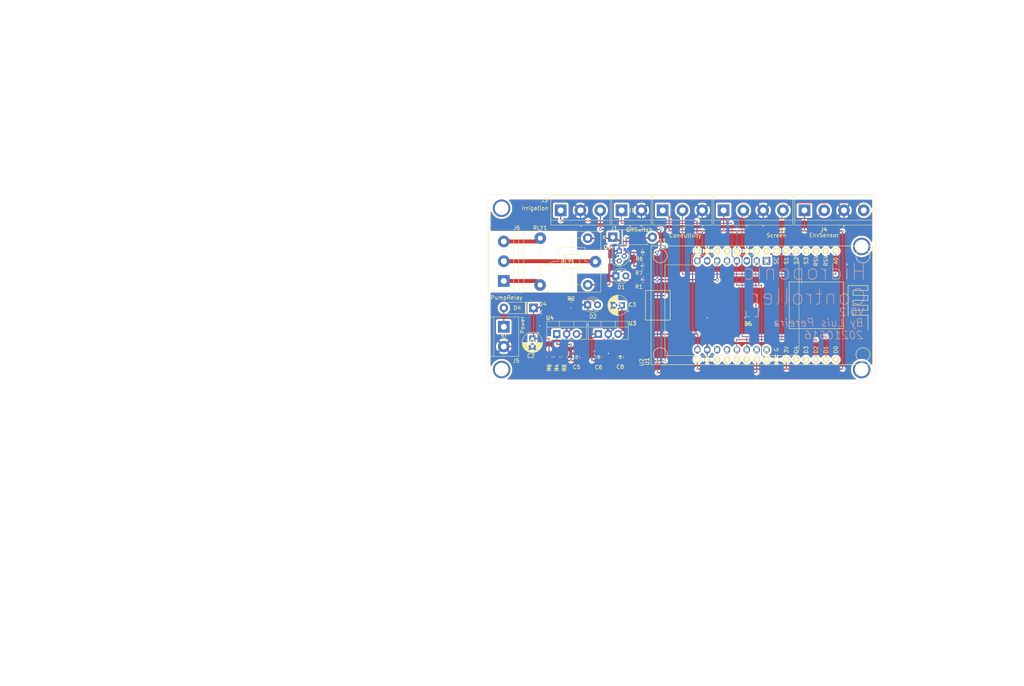
<source format=kicad_pcb>
(kicad_pcb (version 20171130) (host pcbnew 5.1.10)
  (title_block (title "Hidroponic Controller") (date 2021-06-10) (rev V0.3) (company "by Luis Pereira"))
  (layers (0 F.Cu signal) (31 B.Cu signal) (34 B.Paste user) (35 F.Paste user) (36 B.SilkS user) (37 F.SilkS user) (38 B.Mask user) (39 F.Mask user) (44 Edge.Cuts user))
  (net 0 "")
  (net 1 "Net-(D1-Pad2)")
  (net 2 GND)
  (net 3 "Net-(U1-Pad16)")
  (net 4 "Net-(U1-Pad15)")
  (net 5 "Net-(U1-Pad12)")
  (net 6 "Net-(U1-Pad11)")
  (net 7 "Net-(U1-Pad7)")
  (net 8 "Net-(U1-Pad5)")
  (net 9 "Net-(U1-Pad3)")
  (net 10 "Net-(U1-Pad1)")
  (net 11 "Net-(U2-Pad27)")
  (net 12 "Net-(U2-Pad13)")
  (net 13 "Net-(U2-Pad12)")
  (net 14 "Net-(U2-Pad9)")
  (net 15 "Net-(U2-Pad8)")
  (net 16 "Net-(U2-Pad7)")
  (net 17 "Net-(U2-Pad6)")
  (net 18 "Net-(U2-Pad5)")
  (net 19 "Net-(U2-Pad4)")
  (net 20 "Net-(U2-Pad3)")
  (net 21 "Net-(U2-Pad2)")
  (net 22 +5V)
  (net 23 /QR_SWITCH)
  (net 24 /I2C_SDA)
  (net 25 /I2C_SCL)
  (net 26 /+3V3)
  (net 27 /RELAY_CMD)
  (net 28 "Net-(U2-Pad26)")
  (net 29 "Net-(U2-Pad20)")
  (net 30 "Net-(U2-Pad19)")
  (net 31 /Vin_9V)
  (net 32 /Vin_5V)
  (net 33 "Net-(D2-Pad2)")
  (net 34 "Net-(D3-Pad2)")
  (net 35 /RELAY_NO)
  (net 36 /RELAY_C)
  (net 37 /RELAY_NC)
  (net 38 /POWER_INPUT)
  (net 39 /POWER_Vin)
  (net 40 /COND_SENSOR)
  (net 41 "Net-(D5-Pad2)")
  (net 42 "Net-(Q1-Pad2)")
  (net 43 "Net-(U2-Pad30)")
  (net 44 "Net-(U2-Pad21)")
  (net 45 "Net-(U2-Pad18)")
  (module LCP_Footprints:NodeMCU1.0_12-E (layer F.Cu) (at 234.655 81.185 270)
    (fp_text reference U2 (at 28.615 49.855 90) (layer F.SilkS) (effects (font (thickness 0.16))))
    (fp_text value NodeMCU_ESP12E hide)
    (fp_text user D0 (at 25.4 0 90) (layer F.SilkS))
    (fp_text user D1 (at 25.4 2.54 90) (layer F.SilkS))
    (fp_text user D2 (at 25.4 5.08 90) (layer F.SilkS))
    (fp_text user D3 (at 25.4 7.62 90) (layer F.SilkS))
    (fp_text user D4 (at 25.4 10.16 90) (layer F.SilkS))
    (fp_text user 3V (at 25.4 12.7 90) (layer F.SilkS))
    (fp_text user G (at 25.4 15.24 90) (layer F.SilkS))
    (fp_text user D5 (at 25.4 17.78 90) (layer F.SilkS))
    (fp_text user D6 (at 25.4 20.32 90) (layer F.SilkS))
    (fp_text user D7 (at 25.4 22.86 90) (layer F.SilkS))
    (fp_text user D8 (at 25.4 25.4 90) (layer F.SilkS))
    (fp_text user RX (at 25.4 27.94 90) (layer F.SilkS))
    (fp_text user TX (at 25.4 30.48 90) (layer F.SilkS))
    (fp_text user G (at 25.4 33.02 90) (layer F.SilkS))
    (fp_text user 3V (at 25.4 35.56 90) (layer F.SilkS))
    (fp_text user A0 (at 2.54 0 90) (layer F.SilkS))
    (fp_text user RSV (at 2.54 2.54 90) (layer F.SilkS))
    (fp_text user RSV (at 2.54 5.08 90) (layer F.SilkS))
    (fp_text user S3 (at 2.54 7.62 90) (layer F.SilkS))
    (fp_text user S2 (at 2.54 10.16 90) (layer F.SilkS))
    (fp_text user S1 (at 2.54 12.7 90) (layer F.SilkS))
    (fp_text user SC (at 2.54 15.24 90) (layer F.SilkS))
    (fp_text user SO (at 2.54 17.78 90) (layer F.SilkS))
    (fp_text user SK (at 2.54 20.32 90) (layer F.SilkS))
    (fp_text user G (at 2.54 22.86 90) (layer F.SilkS))
    (fp_text user 3V (at 2.54 25.4 90) (layer F.SilkS))
    (fp_text user EN (at 2.54 27.94 90) (layer F.SilkS))
    (fp_text user RST (at 2.54 30.48 90) (layer F.SilkS))
    (fp_text user G (at 2.54 33.02 90) (layer F.SilkS))
    (fp_text user VIN (at 2.54 35.56 90) (layer F.SilkS))
    (pad 30 thru_hole circle (at 27.94 0 270) (size 1.524 1.524) (drill 0.762) (layers *.Cu *.Mask F.SilkS) (net 43 "Net-(U2-Pad30)"))
    (pad 29 thru_hole circle (at 27.94 2.54 270) (size 1.524 1.524) (drill 0.762) (layers *.Cu *.Mask F.SilkS) (net 25 /I2C_SCL))
    (pad 28 thru_hole circle (at 27.94 5.08 270) (size 1.524 1.524) (drill 0.762) (layers *.Cu *.Mask F.SilkS) (net 24 /I2C_SDA))
    (pad 27 thru_hole circle (at 27.94 7.62 270) (size 1.524 1.524) (drill 0.762) (layers *.Cu *.Mask F.SilkS) (net 11 "Net-(U2-Pad27)"))
    (pad 26 thru_hole circle (at 27.94 10.16 270) (size 1.524 1.524) (drill 0.762) (layers *.Cu *.Mask F.SilkS) (net 28 "Net-(U2-Pad26)"))
    (pad 25 thru_hole circle (at 27.94 12.7 270) (size 1.524 1.524) (drill 0.762) (layers *.Cu *.Mask F.SilkS) (net 26 /+3V3))
    (pad 24 thru_hole circle (at 27.94 15.24 270) (size 1.524 1.524) (drill 0.762) (layers *.Cu *.Mask F.SilkS) (net 2 GND))
    (pad 23 thru_hole circle (at 27.94 17.78 270) (size 1.524 1.524) (drill 0.762) (layers *.Cu *.Mask F.SilkS) (net 23 /QR_SWITCH))
    (pad 22 thru_hole circle (at 27.94 20.32 270) (size 1.524 1.524) (drill 0.762) (layers *.Cu *.Mask F.SilkS) (net 27 /RELAY_CMD))
    (pad 21 thru_hole circle (at 27.94 22.86 270) (size 1.524 1.524) (drill 0.762) (layers *.Cu *.Mask F.SilkS) (net 44 "Net-(U2-Pad21)"))
    (pad 20 thru_hole circle (at 27.94 25.4 270) (size 1.524 1.524) (drill 0.762) (layers *.Cu *.Mask F.SilkS) (net 29 "Net-(U2-Pad20)"))
    (pad 19 thru_hole circle (at 27.94 27.94 270) (size 1.524 1.524) (drill 0.762) (layers *.Cu *.Mask F.SilkS) (net 30 "Net-(U2-Pad19)"))
    (pad 18 thru_hole circle (at 27.94 30.48 270) (size 1.524 1.524) (drill 0.762) (layers *.Cu *.Mask F.SilkS) (net 45 "Net-(U2-Pad18)"))
    (pad 17 thru_hole circle (at 27.94 33.02 270) (size 1.524 1.524) (drill 0.762) (layers *.Cu *.Mask F.SilkS) (net 2 GND))
    (pad 16 thru_hole circle (at 27.94 35.56 270) (size 1.524 1.524) (drill 0.762) (layers *.Cu *.Mask F.SilkS) (net 26 /+3V3))
    (pad 15 thru_hole circle (at 0 35.56 270) (size 1.524 1.524) (drill 0.762) (layers *.Cu *.Mask F.SilkS) (net 22 +5V))
    (pad 14 thru_hole circle (at 0 33.02 270) (size 1.524 1.524) (drill 0.762) (layers *.Cu *.Mask F.SilkS) (net 2 GND))
    (pad 13 thru_hole circle (at 0 30.48 270) (size 1.524 1.524) (drill 0.762) (layers *.Cu *.Mask F.SilkS) (net 12 "Net-(U2-Pad13)"))
    (pad 12 thru_hole circle (at 0 27.94 270) (size 1.524 1.524) (drill 0.762) (layers *.Cu *.Mask F.SilkS) (net 13 "Net-(U2-Pad12)"))
    (pad 11 thru_hole circle (at 0 25.4 270) (size 1.524 1.524) (drill 0.762) (layers *.Cu *.Mask F.SilkS) (net 26 /+3V3))
    (pad 10 thru_hole circle (at 0 22.86 270) (size 1.524 1.524) (drill 0.762) (layers *.Cu *.Mask F.SilkS) (net 2 GND))
    (pad 9 thru_hole circle (at 0 20.32 270) (size 1.524 1.524) (drill 0.762) (layers *.Cu *.Mask F.SilkS) (net 14 "Net-(U2-Pad9)"))
    (pad 8 thru_hole circle (at 0 17.78 270) (size 1.524 1.524) (drill 0.762) (layers *.Cu *.Mask F.SilkS) (net 15 "Net-(U2-Pad8)"))
    (pad 7 thru_hole circle (at 0 15.24 270) (size 1.524 1.524) (drill 0.762) (layers *.Cu *.Mask F.SilkS) (net 16 "Net-(U2-Pad7)"))
    (pad 6 thru_hole circle (at 0 12.7 270) (size 1.524 1.524) (drill 0.762) (layers *.Cu *.Mask F.SilkS) (net 17 "Net-(U2-Pad6)"))
    (pad 5 thru_hole circle (at 0 10.16 270) (size 1.524 1.524) (drill 0.762) (layers *.Cu *.Mask F.SilkS) (net 18 "Net-(U2-Pad5)"))
    (pad 4 thru_hole circle (at 0 7.62 270) (size 1.524 1.524) (drill 0.762) (layers *.Cu *.Mask F.SilkS) (net 19 "Net-(U2-Pad4)"))
    (pad 3 thru_hole circle (at 0 5.08 270) (size 1.524 1.524) (drill 0.762) (layers *.Cu *.Mask F.SilkS) (net 20 "Net-(U2-Pad3)"))
    (pad 2 thru_hole circle (at 0 2.54 270) (size 1.524 1.524) (drill 0.762) (layers *.Cu *.Mask F.SilkS) (net 21 "Net-(U2-Pad2)"))
    (pad 1 thru_hole circle (at 0 0 270) (size 1.524 1.524) (drill 0.762) (layers *.Cu *.Mask F.SilkS) (net 40 /COND_SENSOR))
  )
  (module Module:WEMOS_D1_mini_light (layer F.Cu) (at 216.875 83.725 270)
    (fp_text reference U1 (at 25.875 30.675 90) (layer F.SilkS) (effects (font (thickness 0.16))))
    (fp_text value WeMos_D1_mini hide)
    (fp_text user %R (at 25.875 30.675 90) (layer F.SilkS) (effects (font (thickness 0.16))))
    (pad 16 thru_hole oval (at 22.86 0 270) (size 2 1.6) (drill 1) (layers *.Cu *.Mask) (net 3 "Net-(U1-Pad16)"))
    (pad 15 thru_hole oval (at 22.86 2.54 270) (size 2 1.6) (drill 1) (layers *.Cu *.Mask) (net 4 "Net-(U1-Pad15)"))
    (pad 14 thru_hole oval (at 22.86 5.08 270) (size 2 1.6) (drill 1) (layers *.Cu *.Mask) (net 25 /I2C_SCL))
    (pad 13 thru_hole oval (at 22.86 7.62 270) (size 2 1.6) (drill 1) (layers *.Cu *.Mask) (net 24 /I2C_SDA))
    (pad 12 thru_hole oval (at 22.86 10.16 270) (size 2 1.6) (drill 1) (layers *.Cu *.Mask) (net 5 "Net-(U1-Pad12)"))
    (pad 11 thru_hole oval (at 22.86 12.7 270) (size 2 1.6) (drill 1) (layers *.Cu *.Mask) (net 6 "Net-(U1-Pad11)"))
    (pad 10 thru_hole oval (at 22.86 15.24 270) (size 2 1.6) (drill 1) (layers *.Cu *.Mask) (net 2 GND))
    (pad 9 thru_hole oval (at 22.86 17.78 270) (size 2 1.6) (drill 1) (layers *.Cu *.Mask) (net 22 +5V))
    (pad 8 thru_hole oval (at 0 17.78 270) (size 2 1.6) (drill 1) (layers *.Cu *.Mask) (net 26 /+3V3))
    (pad 7 thru_hole oval (at 0 15.24 270) (size 2 1.6) (drill 1) (layers *.Cu *.Mask) (net 7 "Net-(U1-Pad7)"))
    (pad 6 thru_hole oval (at 0 12.7 270) (size 2 1.6) (drill 1) (layers *.Cu *.Mask) (net 27 /RELAY_CMD))
    (pad 5 thru_hole oval (at 0 10.16 270) (size 2 1.6) (drill 1) (layers *.Cu *.Mask) (net 8 "Net-(U1-Pad5)"))
    (pad 4 thru_hole oval (at 0 7.62 270) (size 2 1.6) (drill 1) (layers *.Cu *.Mask) (net 23 /QR_SWITCH))
    (pad 3 thru_hole oval (at 0 5.08 270) (size 2 1.6) (drill 1) (layers *.Cu *.Mask) (net 9 "Net-(U1-Pad3)"))
    (pad 1 thru_hole rect (at 0 0 270) (size 2 2) (drill 1) (layers *.Cu *.Mask) (net 10 "Net-(U1-Pad1)"))
    (pad 2 thru_hole oval (at 0 2.54 270) (size 2 1.6) (drill 1) (layers *.Cu *.Mask) (net 40 /COND_SENSOR))
  )
  (module LED_THT:LED_D3.0mm (layer F.Cu) (at 178.1605 87.604)
    (fp_text reference D1 (at 1.3695 2.886) (layer F.SilkS) (effects (font (thickness 0.16))))
    (fp_text value LED)
    (pad 2 thru_hole circle (at 2.54 0) (size 1.8 1.8) (drill 0.9) (layers *.Cu *.Mask) (net 1 "Net-(D1-Pad2)"))
    (pad 1 thru_hole rect (at 0 0) (size 1.8 1.8) (drill 0.9) (layers *.Cu *.Mask) (net 2 GND))
  )
  (module Capacitor_THT:CP_Radial_D5.0mm_P2.00mm (layer F.Cu) (at 179.7111 95.1738 180)
    (fp_text reference C3 (at -2.6889 0.1738) (layer F.SilkS) (effects (font (thickness 0.16))))
    (fp_text value 0.1u)
    (fp_text user %R (at 1 0) (layer F.SilkS) (effects (font (thickness 0.16))))
    (pad 2 thru_hole circle (at 2 0 180) (size 1.6 1.6) (drill 0.8) (layers *.Cu *.Mask) (net 2 GND))
    (pad 1 thru_hole rect (at 0 0 180) (size 1.6 1.6) (drill 0.8) (layers *.Cu *.Mask) (net 22 +5V))
  )
  (module Capacitor_SMD:C_0805_2012Metric (layer F.Cu) (at 168.13 108.49 90)
    (fp_text reference C5 (at -2.54 -0.05) (layer F.SilkS) (effects (font (thickness 0.16))))
    (fp_text value 0.33u)
    (fp_text user %R (at 0 0 90) (layer F.SilkS) (effects (font (size 0.5 0.5) (thickness 0.16))))
    (pad 1 smd roundrect (at -0.95 0 90) (size 1 1.45) (layers F.Cu F.Paste F.Mask) (net 31 /Vin_9V))
    (pad 2 smd roundrect (at 0.95 0 90) (size 1 1.45) (layers F.Cu F.Paste F.Mask) (net 2 GND))
  )
  (module Capacitor_SMD:C_0805_2012Metric (layer F.Cu) (at 173.7376 108.49 90)
    (fp_text reference C6 (at -2.6 -0.0076) (layer F.SilkS) (effects (font (thickness 0.16))))
    (fp_text value 0.33u)
    (fp_text user %R (at 0 0 90) (layer F.SilkS) (effects (font (size 0.5 0.5) (thickness 0.16))))
    (pad 2 smd roundrect (at 0.95 0 90) (size 1 1.45) (layers F.Cu F.Paste F.Mask) (net 2 GND))
    (pad 1 smd roundrect (at -0.95 0 90) (size 1 1.45) (layers F.Cu F.Paste F.Mask) (net 32 /Vin_5V))
  )
  (module Capacitor_SMD:C_0805_2012Metric (layer F.Cu) (at 179.3452 108.49 90)
    (fp_text reference C8 (at -2.5 -0.0752) (layer F.SilkS) (effects (font (thickness 0.16))))
    (fp_text value 0.1u)
    (fp_text user %R (at 0 0 90) (layer F.SilkS) (effects (font (size 0.5 0.5) (thickness 0.16))))
    (pad 2 smd roundrect (at 0.95 0 90) (size 1 1.45) (layers F.Cu F.Paste F.Mask) (net 2 GND))
    (pad 1 smd roundrect (at -0.95 0 90) (size 1 1.45) (layers F.Cu F.Paste F.Mask) (net 22 +5V))
  )
  (module LED_THT:LED_D3.0mm (layer F.Cu) (at 170.9039 95.0468)
    (fp_text reference D2 (at 1.3861 2.9732) (layer F.SilkS) (effects (font (thickness 0.16))))
    (fp_text value LED)
    (pad 1 thru_hole rect (at 0 0) (size 1.8 1.8) (drill 0.9) (layers *.Cu *.Mask) (net 2 GND))
    (pad 2 thru_hole circle (at 2.54 0) (size 1.8 1.8) (drill 0.9) (layers *.Cu *.Mask) (net 33 "Net-(D2-Pad2)"))
  )
  (module Diode_THT:D_DO-41_SOD81_P7.62mm_Horizontal (layer F.Cu) (at 157 95.83 180)
    (fp_text reference D4 (at -2.39 0.99) (layer F.SilkS) (effects (font (thickness 0.16))))
    (fp_text value D)
    (fp_text user K (at -1.8408 -1.1271) (layer F.SilkS))
    (fp_text user %R (at 4.2 0) (layer F.SilkS) (effects (font (thickness 0.16))))
    (pad 2 thru_hole oval (at 7.62 0 180) (size 2.2 2.2) (drill 1.1) (layers *.Cu *.Mask) (net 38 /POWER_INPUT))
    (pad 1 thru_hole rect (at 0 0 180) (size 2.2 2.2) (drill 1.1) (layers *.Cu *.Mask) (net 39 /POWER_Vin))
  )
  (module TerminalBlock:TerminalBlock_bornier-2_P5.08mm (layer F.Cu) (at 179.6288 70.739)
    (fp_text reference J1 (at -1.9288 4.671) (layer F.SilkS) (effects (font (thickness 0.16))))
    (fp_text value QRSwitch (at 4.5412 4.991) (layer F.SilkS))
    (fp_text user %R (at 2.54 0) (layer F.SilkS) (effects (font (thickness 0.16))))
    (pad 1 thru_hole rect (at 0 0) (size 3 3) (drill 1.52) (layers *.Cu *.Mask) (net 23 /QR_SWITCH))
    (pad 2 thru_hole circle (at 5.08 0) (size 3 3) (drill 1.52) (layers *.Cu *.Mask) (net 2 GND))
  )
  (module TerminalBlock:TerminalBlock_bornier-4_P5.08mm (layer F.Cu) (at 205.8416 70.739)
    (fp_text reference J2 (at 15.1584 5.061) (layer F.SilkS) (effects (font (thickness 0.16))))
    (fp_text value Screen (at 13.5584 6.461) (layer F.SilkS))
    (fp_text user %R (at 15.1584 5.061) (layer F.SilkS) (effects (font (thickness 0.16))))
    (pad 4 thru_hole circle (at 15.24 0) (size 3 3) (drill 1.52) (layers *.Cu *.Mask) (net 24 /I2C_SDA))
    (pad 1 thru_hole rect (at 0 0) (size 3 3) (drill 1.52) (layers *.Cu *.Mask) (net 26 /+3V3))
    (pad 3 thru_hole circle (at 10.16 0) (size 3 3) (drill 1.52) (layers *.Cu *.Mask) (net 2 GND))
    (pad 2 thru_hole circle (at 5.08 0) (size 3 3) (drill 1.52) (layers *.Cu *.Mask) (net 25 /I2C_SCL))
  )
  (module TerminalBlock:TerminalBlock_bornier-3_P5.08mm (layer F.Cu) (at 163.9824 70.739)
    (fp_text reference J3 (at -4.1824 -2.539) (layer F.SilkS) (effects (font (thickness 0.16))))
    (fp_text value Irrigation (at -6.5824 -0.539) (layer F.SilkS))
    (fp_text user %R (at 5.08 0 180) (layer F.SilkS) (effects (font (thickness 0.16))))
    (pad 1 thru_hole rect (at 0 0) (size 3 3) (drill 1.52) (layers *.Cu *.Mask) (net 22 +5V))
    (pad 2 thru_hole circle (at 5.08 0) (size 3 3) (drill 1.52) (layers *.Cu *.Mask) (net 2 GND))
    (pad 3 thru_hole circle (at 10.16 0) (size 3 3) (drill 1.52) (layers *.Cu *.Mask) (net 27 /RELAY_CMD))
  )
  (module TerminalBlock:TerminalBlock_bornier-4_P5.08mm (layer F.Cu) (at 226.6061 70.739)
    (fp_text reference J4 (at 5.0139 4.931) (layer F.SilkS) (effects (font (thickness 0.16))))
    (fp_text value EnvSensor (at 5.0339 6.401) (layer F.SilkS))
    (fp_text user %R (at 5.0339 4.901) (layer F.SilkS) (effects (font (thickness 0.16))))
    (pad 4 thru_hole circle (at 15.24 0) (size 3 3) (drill 1.52) (layers *.Cu *.Mask) (net 24 /I2C_SDA))
    (pad 1 thru_hole rect (at 0 0) (size 3 3) (drill 1.52) (layers *.Cu *.Mask) (net 26 /+3V3))
    (pad 3 thru_hole circle (at 10.16 0) (size 3 3) (drill 1.52) (layers *.Cu *.Mask) (net 2 GND))
    (pad 2 thru_hole circle (at 5.08 0) (size 3 3) (drill 1.52) (layers *.Cu *.Mask) (net 25 /I2C_SCL))
  )
  (module TerminalBlock:TerminalBlock_bornier-2_P5.08mm (layer F.Cu) (at 149.36 100.6729 270)
    (fp_text reference J5 (at 8.7371 -3.1687 180) (layer F.SilkS) (effects (font (thickness 0.16))))
    (fp_text value Power (at -0.4329 -4.78 90) (layer F.SilkS))
    (fp_text user %R (at 2.54 0 90) (layer F.SilkS) (effects (font (thickness 0.16))))
    (pad 2 thru_hole circle (at 5.08 0 270) (size 3 3) (drill 1.52) (layers *.Cu *.Mask) (net 2 GND))
    (pad 1 thru_hole rect (at 0 0 270) (size 3 3) (drill 1.52) (layers *.Cu *.Mask) (net 38 /POWER_INPUT))
  )
  (module TerminalBlock:TerminalBlock_bornier-3_P5.08mm (layer F.Cu) (at 149.36 88.91 90)
    (fp_text reference J6 (at 13.7254 3.3187 180) (layer F.SilkS) (effects (font (thickness 0.16))))
    (fp_text value PumpRelay (at -4.2746 0.7187) (layer F.SilkS))
    (fp_text user %R (at 5.08 0 90) (layer F.SilkS) (effects (font (thickness 0.16))))
    (pad 3 thru_hole circle (at 10.16 0 90) (size 3 3) (drill 1.52) (layers *.Cu *.Mask) (net 35 /RELAY_NO))
    (pad 2 thru_hole circle (at 5.08 0 90) (size 3 3) (drill 1.52) (layers *.Cu *.Mask) (net 36 /RELAY_C))
    (pad 1 thru_hole rect (at 0 0 90) (size 3 3) (drill 1.52) (layers *.Cu *.Mask) (net 37 /RELAY_NC))
  )
  (module Package_TO_SOT_THT:TO-92 (layer F.Cu) (at 179.0329 81.2154 270)
    (fp_text reference Q1 (at -1.0054 3.0429 180) (layer F.SilkS) (effects (font (thickness 0.16))))
    (fp_text value MPS2222 hide)
    (fp_text user %R (at -1.0054 3.0429 180) (layer F.SilkS) (effects (font (thickness 0.16))))
    (pad 2 thru_hole circle (at 1.27 -1.27 270) (size 1.3 1.3) (drill 0.75) (layers *.Cu *.Mask) (net 42 "Net-(Q1-Pad2)"))
    (pad 3 thru_hole circle (at 2.54 0 270) (size 1.3 1.3) (drill 0.75) (layers *.Cu *.Mask) (net 34 "Net-(D3-Pad2)"))
    (pad 1 thru_hole rect (at 0 0 270) (size 1.3 1.3) (drill 0.75) (layers *.Cu *.Mask) (net 2 GND))
  )
  (module Resistor_SMD:R_0805_2012Metric (layer F.Cu) (at 164.9507 108.47 270)
    (fp_text reference R3 (at 2.78 0.0307 90) (layer F.SilkS) (effects (font (thickness 0.16))))
    (fp_text value 0)
    (fp_text user %R (at 2.78 0.0507 90) (layer F.SilkS) (effects (font (size 0.5 0.5) (thickness 0.16))))
    (pad 2 smd roundrect (at 0.9125 0 270) (size 1.025 1.4) (layers F.Cu F.Paste F.Mask) (roundrect_rratio 0.2439014634146341) (net 31 /Vin_9V))
    (pad 1 smd roundrect (at -0.9125 0 270) (size 1.025 1.4) (layers F.Cu F.Paste F.Mask) (roundrect_rratio 0.2439014634146341) (net 39 /POWER_Vin))
  )
  (module Resistor_SMD:R_0805_2012Metric (layer F.Cu) (at 162.9949 108.47 270)
    (fp_text reference R4 (at 2.74 0.0049 90) (layer F.SilkS) (effects (font (thickness 0.16))))
    (fp_text value 0)
    (fp_text user %R (at 2.7 -0.0351 90) (layer F.SilkS) (effects (font (size 0.5 0.5) (thickness 0.16))))
    (pad 1 smd roundrect (at -0.9125 0 270) (size 1.025 1.4) (layers F.Cu F.Paste F.Mask) (roundrect_rratio 0.2439014634146341) (net 39 /POWER_Vin))
    (pad 2 smd roundrect (at 0.9125 0 270) (size 1.025 1.4) (layers F.Cu F.Paste F.Mask) (roundrect_rratio 0.2439014634146341) (net 32 /Vin_5V))
  )
  (module Package_TO_SOT_THT:TO-220-3_Vertical (layer F.Cu) (at 173.66 102.5398)
    (fp_text reference U3 (at 8.74 -2.7398) (layer F.SilkS) (effects (font (thickness 0.16))))
    (fp_text value LM7805_TO220)
    (fp_text user %R (at 8.74 -2.7398) (layer F.SilkS) (effects (font (thickness 0.16))))
    (pad 3 thru_hole oval (at 5.08 0) (size 1.905 2) (drill 1.1) (layers *.Cu *.Mask) (net 22 +5V))
    (pad 2 thru_hole oval (at 2.54 0) (size 1.905 2) (drill 1.1) (layers *.Cu *.Mask) (net 2 GND))
    (pad 1 thru_hole rect (at 0 0) (size 1.905 2) (drill 1.1) (layers *.Cu *.Mask) (net 32 /Vin_5V))
  )
  (module Package_TO_SOT_THT:TO-220-3_Vertical (layer F.Cu) (at 162.9664 102.5398)
    (fp_text reference U4 (at -1.7664 -4.1398) (layer F.SilkS) (effects (font (thickness 0.16))))
    (fp_text value LM7809_TO220)
    (fp_text user %R (at -1.7664 -4.1398) (layer F.SilkS) (effects (font (thickness 0.16))))
    (pad 1 thru_hole rect (at 0 0) (size 1.905 2) (drill 1.1) (layers *.Cu *.Mask) (net 31 /Vin_9V))
    (pad 2 thru_hole oval (at 2.54 0) (size 1.905 2) (drill 1.1) (layers *.Cu *.Mask) (net 2 GND))
    (pad 3 thru_hole oval (at 5.08 0) (size 1.905 2) (drill 1.1) (layers *.Cu *.Mask) (net 32 /Vin_5V))
  )
  (module Resistor_SMD:R_0805_2012Metric (layer F.Cu) (at 185.0475 88.58 180)
    (fp_text reference R1 (at 0.9775 -1.82 180) (layer F.SilkS) (effects (font (thickness 0.16))))
    (fp_text value 10K)
    (fp_text user %R (at 0 0) (layer F.SilkS) (effects (font (size 0.5 0.5) (thickness 0.16))))
    (pad 1 smd roundrect (at -0.9125 0 180) (size 1.025 1.4) (layers F.Cu F.Paste F.Mask) (roundrect_rratio 0.2439014634146341) (net 27 /RELAY_CMD))
    (pad 2 smd roundrect (at 0.9125 0 180) (size 1.025 1.4) (layers F.Cu F.Paste F.Mask) (roundrect_rratio 0.2439014634146341) (net 1 "Net-(D1-Pad2)"))
  )
  (module Resistor_SMD:R_0805_2012Metric (layer F.Cu) (at 166.6513 95.123)
    (fp_text reference R2 (at 0 -1.65) (layer F.SilkS) (effects (font (thickness 0.16))))
    (fp_text value 10K)
    (fp_text user %R (at -0.0513 -1.523) (layer F.SilkS) (effects (font (size 0.5 0.5) (thickness 0.16))))
    (pad 2 smd roundrect (at 0.9125 0) (size 1.025 1.4) (layers F.Cu F.Paste F.Mask) (roundrect_rratio 0.2439014634146341) (net 33 "Net-(D2-Pad2)"))
    (pad 1 smd roundrect (at -0.9125 0) (size 1.025 1.4) (layers F.Cu F.Paste F.Mask) (roundrect_rratio 0.2439014634146341) (net 22 +5V))
  )
  (module Resistor_SMD:R_0805_2012Metric (layer F.Cu) (at 161.0391 108.47 270)
    (fp_text reference R5 (at 2.72 -0.0009 90) (layer F.SilkS) (effects (font (thickness 0.16))))
    (fp_text value 0)
    (fp_text user %R (at 2.67 0.0391 90) (layer F.SilkS) (effects (font (size 0.5 0.5) (thickness 0.16))))
    (pad 1 smd roundrect (at -0.9125 0 270) (size 1.025 1.4) (layers F.Cu F.Paste F.Mask) (roundrect_rratio 0.2439014634146341) (net 39 /POWER_Vin))
    (pad 2 smd roundrect (at 0.9125 0 270) (size 1.025 1.4) (layers F.Cu F.Paste F.Mask) (roundrect_rratio 0.2439014634146341) (net 22 +5V))
  )
  (module Resistor_SMD:R_0805_2012Metric (layer F.Cu) (at 185.0475 81.55)
    (fp_text reference R6 (at -0.8975 1.7 180) (layer F.SilkS) (effects (font (thickness 0.16))))
    (fp_text value 1K)
    (fp_text user %R (at 0 0) (layer F.SilkS) (effects (font (size 0.5 0.5) (thickness 0.16))))
    (pad 2 smd roundrect (at 0.9125 0) (size 1.025 1.4) (layers F.Cu F.Paste F.Mask) (roundrect_rratio 0.2439014634146341) (net 27 /RELAY_CMD))
    (pad 1 smd roundrect (at -0.9125 0) (size 1.025 1.4) (layers F.Cu F.Paste F.Mask) (roundrect_rratio 0.2439014634146341) (net 42 "Net-(Q1-Pad2)"))
  )
  (module Capacitor_THT:CP_Radial_D5.0mm_P2.00mm (layer F.Cu) (at 156.71 103.72 270)
    (fp_text reference C2 (at 4.45 0.38 180) (layer F.SilkS) (effects (font (thickness 0.16))))
    (fp_text value 0.1u)
    (fp_text user %R (at 1 0 90) (layer F.SilkS) (effects (font (thickness 0.16))))
    (pad 1 thru_hole rect (at 0 0 270) (size 1.6 1.6) (drill 0.8) (layers *.Cu *.Mask) (net 39 /POWER_Vin))
    (pad 2 thru_hole circle (at 2 0 270) (size 1.6 1.6) (drill 0.8) (layers *.Cu *.Mask) (net 2 GND))
  )
  (module Package_TO_SOT_SMD:SOT-23 (layer F.Cu) (at 213.17 97.33 270)
    (fp_text reference D5 (at 2.6 1.04 180) (layer F.SilkS) (effects (font (thickness 0.16))))
    (fp_text value D_Zener_x2_ACom_AKK hide)
    (fp_text user %R (at 2.67 1.17) (layer F.SilkS) (effects (font (size 0.5 0.5) (thickness 0.16))))
    (pad 1 smd rect (at -1 -0.95 270) (size 0.9 0.8) (layers F.Cu F.Paste F.Mask) (net 40 /COND_SENSOR))
    (pad 2 smd rect (at -1 0.95 270) (size 0.9 0.8) (layers F.Cu F.Paste F.Mask) (net 41 "Net-(D5-Pad2)"))
    (pad 3 smd rect (at 1 0 270) (size 0.9 0.8) (layers F.Cu F.Paste F.Mask) (net 2 GND))
  )
  (module TerminalBlock:TerminalBlock_bornier-3_P5.08mm (layer F.Cu) (at 190.1825 70.739)
    (fp_text reference J7 (at 5.05 4.861) (layer F.SilkS) (effects (font (thickness 0.16))))
    (fp_text value Condutivity (at 5.7875 6.491) (layer F.SilkS))
    (fp_text user %R (at 5.08 0) (layer F.SilkS) (effects (font (thickness 0.16))))
    (pad 1 thru_hole rect (at 0 0) (size 3 3) (drill 1.52) (layers *.Cu *.Mask) (net 26 /+3V3))
    (pad 2 thru_hole circle (at 5.08 0) (size 3 3) (drill 1.52) (layers *.Cu *.Mask) (net 40 /COND_SENSOR))
    (pad 3 thru_hole circle (at 10.16 0) (size 3 3) (drill 1.52) (layers *.Cu *.Mask) (net 2 GND))
  )
  (module Resistor_SMD:R_0805_2012Metric (layer F.Cu) (at 185.0475 85.065 180)
    (fp_text reference R7 (at 0.9375 -1.805 180) (layer F.SilkS) (effects (font (thickness 0.16))))
    (fp_text value 1K)
    (fp_text user %R (at 0 0) (layer F.SilkS) (effects (font (size 0.5 0.5) (thickness 0.16))))
    (pad 1 smd roundrect (at -0.9125 0 180) (size 1.025 1.4) (layers F.Cu F.Paste F.Mask) (roundrect_rratio 0.2439014634146341) (net 2 GND))
    (pad 2 smd roundrect (at 0.9125 0 180) (size 1.025 1.4) (layers F.Cu F.Paste F.Mask) (roundrect_rratio 0.2439014634146341) (net 42 "Net-(Q1-Pad2)"))
  )
  (module LCP_Footprints:Relay_SPDT_ZETTLER_AZ943_Series_Form_C (layer F.Cu) (at 172.8861 83.9459 180)
    (fp_text reference RLY1 (at 14.1861 8.6959) (layer F.SilkS) (effects (font (thickness 0.16))))
    (fp_text value AZ943-1CH-12DE hide)
    (fp_text user %R (at 7.1 0.025) (layer F.SilkS) (effects (font (thickness 0.16))))
    (pad 2 thru_hole circle (at 1.95 6.05 270) (size 2.5 2.5) (drill 1.3) (layers *.Cu *.Mask) (net 39 /POWER_Vin))
    (pad 3 thru_hole circle (at 14.15 6.05 270) (size 3 3) (drill 1.3) (layers *.Cu *.Mask) (net 35 /RELAY_NO))
    (pad 4 thru_hole circle (at 14.2 -6 270) (size 3 3) (drill 1.3) (layers *.Cu *.Mask) (net 37 /RELAY_NC))
    (pad 5 thru_hole circle (at 1.95 -5.95 270) (size 2.5 2.5) (drill 1.3) (layers *.Cu *.Mask) (net 34 "Net-(D3-Pad2)"))
    (pad 1 thru_hole circle (at 0 0 270) (size 3 3) (drill 1.3) (layers *.Cu *.Mask) (net 36 /RELAY_C))
  )
  (module Diode_THT:D_DO-15_P10.16mm_Horizontal (layer F.Cu) (at 177.3682 77.6478)
    (fp_text reference D3 (at 12.573 1.0541) (layer F.SilkS))
    (fp_text value D)
    (fp_text user K (at -2.1844 0.0762) (layer F.SilkS))
    (pad 1 thru_hole rect (at 0 0) (size 2.4 2.4) (drill 1.2) (layers *.Cu *.Mask) (net 39 /POWER_Vin))
    (pad 2 thru_hole oval (at 10.16 0) (size 2.4 2.4) (drill 1.2) (layers *.Cu *.Mask) (net 34 "Net-(D3-Pad2)"))
  )
  (gr_arc (start 145.9 114.6) (end 145.3 114.6) (angle -90) (layer Edge.Cuts) (width 0.05))
  (gr_arc (start 145.9 67.3) (end 145.9 66.7) (angle -90) (layer Edge.Cuts) (width 0.05))
  (gr_arc (start 244.2 67.3) (end 244.8 67.3) (angle -90) (layer Edge.Cuts) (width 0.05))
  (gr_arc (start 244.2 114.6) (end 244.2 115.2) (angle -90) (layer Edge.Cuts) (width 0.05))
  (gr_text V0.2 (at 242.0366 96.8883) (layer B.SilkS) (effects (font (size 2 2) (thickness 0.16)) (justify left mirror)))
  (gr_text "By Luis Pereira\n20210616" (at 241.9731 101.2444) (layer B.SilkS) (effects (font (size 2 2) (thickness 0.16) italic) (justify left mirror)))
  (gr_text "Hidroponic \nController" (at 242.7732 89.8271) (layer B.SilkS) (effects (font (size 4 4) (thickness 0.16)) (justify left mirror)))
  (gr_line (start 145.3 67.3) (end 145.3 114.6) (layer Edge.Cuts) (width 0.05))
  (gr_line (start 244.2 66.7) (end 145.9 66.7) (layer Edge.Cuts) (width 0.05))
  (gr_line (start 244.8 114.6) (end 244.8 67.3) (layer Edge.Cuts) (width 0.05))
  (gr_line (start 145.9 115.2) (end 244.2 115.2) (layer Edge.Cuts) (width 0.05))
  (via (at 148.8 70.2) (size 4.5) (drill 3.5) (layers F.Cu B.Cu) (net 0))
  (via (at 148.81 111.68) (size 4.5) (drill 3.5) (layers F.Cu B.Cu) (net 0))
  (via (at 241.3 111.69) (size 4.5) (drill 3.5) (layers F.Cu B.Cu) (net 0))
  (via (at 241.3 80.02) (size 4.5) (drill 3.5) (layers F.Cu B.Cu) (net 0))
  (segment (start 181.6765 88.58) (end 180.7005 87.604) (width 0.2) (layer F.Cu) (net 1))
  (segment (start 184.135 88.58) (end 181.6765 88.58) (width 0.2) (layer F.Cu) (net 1))
  (segment (start 175.9712 101.2398) (end 174.9914 100.26) (width 0.3) (layer F.Cu) (net 2))
  (segment (start 175.9712 102.5398) (end 175.9712 101.2398) (width 0.3) (layer F.Cu) (net 2))
  (segment (start 167.7862 100.26) (end 165.5064 102.5398) (width 0.3) (layer F.Cu) (net 2))
  (segment (start 178.1439 87.6206) (end 178.1605 87.604) (width 0.3) (layer B.Cu) (net 2))
  (segment (start 184.6504 83.7554) (end 185.96 85.065) (width 0.3) (layer F.Cu) (net 2))
  (segment (start 184.7088 70.739) (end 184.7088 74.75) (width 0.3) (layer B.Cu) (net 2))
  (via (at 184.7088 74.75) (size 0.5) (drill 0.3) (layers F.Cu B.Cu) (net 2))
  (segment (start 184.7088 74.75) (end 200.41 74.75) (width 0.3) (layer F.Cu) (net 2))
  (via (at 200.41 74.75) (size 0.5) (drill 0.3) (layers F.Cu B.Cu) (net 2))
  (segment (start 200.3425 74.6825) (end 200.41 74.75) (width 0.3) (layer B.Cu) (net 2))
  (segment (start 200.3425 70.739) (end 200.3425 74.6825) (width 0.3) (layer B.Cu) (net 2))
  (segment (start 200.41 74.75) (end 216.01 74.75) (width 0.3) (layer F.Cu) (net 2))
  (via (at 216.01 74.75) (size 0.5) (drill 0.3) (layers F.Cu B.Cu) (net 2))
  (segment (start 216.01 70.7474) (end 216.0016 70.739) (width 0.3) (layer B.Cu) (net 2))
  (segment (start 216.01 74.75) (end 216.01 70.7474) (width 0.3) (layer B.Cu) (net 2))
  (segment (start 216.01 74.75) (end 236.75 74.75) (width 0.3) (layer F.Cu) (net 2))
  (via (at 236.75 74.75) (size 0.5) (drill 0.3) (layers F.Cu B.Cu) (net 2))
  (segment (start 236.75 70.7551) (end 236.7661 70.739) (width 0.3) (layer B.Cu) (net 2))
  (segment (start 236.75 74.75) (end 236.75 70.7551) (width 0.3) (layer B.Cu) (net 2))
  (segment (start 211.795 81.185) (end 211.795 74.77) (width 0.3) (layer B.Cu) (net 2))
  (via (at 211.795 74.77) (size 0.5) (drill 0.3) (layers F.Cu B.Cu) (net 2))
  (segment (start 201.635 75.975) (end 200.41 74.75) (width 0.3) (layer B.Cu) (net 2))
  (segment (start 201.635 81.185) (end 201.635 75.975) (width 0.3) (layer B.Cu) (net 2))
  (segment (start 201.635 106.585) (end 201.635 98.39) (width 0.3) (layer B.Cu) (net 2))
  (via (at 201.635 98.39) (size 0.5) (drill 0.3) (layers F.Cu B.Cu) (net 2))
  (segment (start 201.695 98.33) (end 201.635 98.39) (width 0.3) (layer F.Cu) (net 2))
  (segment (start 213.17 98.33) (end 211.27 98.33) (width 0.3) (layer F.Cu) (net 2))
  (segment (start 211.795 81.185) (end 213.08499 82.47499) (width 0.3) (layer B.Cu) (net 2))
  (via (at 213 100.2) (size 0.5) (drill 0.3) (layers F.Cu B.Cu) (net 2))
  (segment (start 213.08499 100.11501) (end 213 100.2) (width 0.3) (layer B.Cu) (net 2))
  (segment (start 213.08499 82.47499) (end 213.08499 100.11501) (width 0.3) (layer B.Cu) (net 2))
  (segment (start 213 98.5) (end 213.17 98.33) (width 0.3) (layer F.Cu) (net 2))
  (segment (start 213 100.2) (end 213 98.5) (width 0.3) (layer F.Cu) (net 2))
  (segment (start 211.27 98.33) (end 201.695 98.33) (width 0.3) (layer F.Cu) (net 2))
  (via (at 211.27 98.33) (size 0.5) (drill 0.3) (layers F.Cu B.Cu) (net 2))
  (segment (start 156.6771 105.7529) (end 156.71 105.72) (width 0.3) (layer F.Cu) (net 2))
  (segment (start 149.36 105.7529) (end 156.6771 105.7529) (width 0.3) (layer F.Cu) (net 2))
  (segment (start 177.7111 88.0534) (end 178.1605 87.604) (width 0.3) (layer B.Cu) (net 2))
  (segment (start 177.7111 95.1738) (end 177.7111 88.0534) (width 0.3) (layer B.Cu) (net 2))
  (segment (start 177.7111 101.0287) (end 176.2 102.5398) (width 0.3) (layer B.Cu) (net 2))
  (segment (start 177.7111 95.1738) (end 177.7111 101.0287) (width 0.3) (layer B.Cu) (net 2))
  (via (at 170.94 100.26) (size 0.5) (drill 0.3) (layers F.Cu B.Cu) (net 2))
  (segment (start 170.9039 100.2239) (end 170.94 100.26) (width 0.3) (layer B.Cu) (net 2))
  (segment (start 170.94 100.26) (end 167.7862 100.26) (width 0.3) (layer F.Cu) (net 2))
  (segment (start 170.9039 95.0468) (end 170.9039 100.2239) (width 0.3) (layer B.Cu) (net 2))
  (segment (start 174.9914 100.26) (end 170.94 100.26) (width 0.3) (layer F.Cu) (net 2))
  (segment (start 157.84137 105.72) (end 158.6 104.96137) (width 0.3) (layer B.Cu) (net 2))
  (segment (start 156.71 105.72) (end 157.84137 105.72) (width 0.3) (layer B.Cu) (net 2))
  (via (at 158.6 100.4) (size 0.5) (drill 0.3) (layers F.Cu B.Cu) (net 2))
  (segment (start 158.6 104.96137) (end 158.6 100.4) (width 0.3) (layer B.Cu) (net 2))
  (segment (start 167.6462 100.4) (end 167.7862 100.26) (width 0.3) (layer F.Cu) (net 2))
  (segment (start 158.6 100.4) (end 167.6462 100.4) (width 0.3) (layer F.Cu) (net 2))
  (segment (start 168.13 107.54) (end 173.7376 107.54) (width 0.3) (layer F.Cu) (net 2))
  (via (at 176.26 107.54) (size 0.5) (drill 0.3) (layers F.Cu B.Cu) (net 2))
  (segment (start 176.2 107.48) (end 176.26 107.54) (width 0.3) (layer B.Cu) (net 2))
  (segment (start 176.2 102.5398) (end 176.2 107.48) (width 0.3) (layer B.Cu) (net 2))
  (segment (start 176.26 107.54) (end 179.3452 107.54) (width 0.3) (layer F.Cu) (net 2))
  (segment (start 173.7376 107.54) (end 176.26 107.54) (width 0.3) (layer F.Cu) (net 2))
  (via (at 169.2 74.8) (size 0.5) (drill 0.3) (layers F.Cu B.Cu) (net 2))
  (segment (start 169.0624 74.6624) (end 169.2 74.8) (width 0.3) (layer B.Cu) (net 2))
  (segment (start 169.0624 70.739) (end 169.0624 74.6624) (width 0.3) (layer B.Cu) (net 2))
  (segment (start 184.6588 74.8) (end 184.7088 74.75) (width 0.3) (layer F.Cu) (net 2))
  (segment (start 181.8446 83.7554) (end 184.6504 83.7554) (width 0.3) (layer F.Cu) (net 2))
  (via (at 181.8446 83.7554) (size 0.8) (drill 0.5) (layers F.Cu B.Cu) (net 2))
  (via (at 181.8 74.8) (size 0.5) (drill 0.3) (layers F.Cu B.Cu) (net 2))
  (segment (start 181.8446 74.8446) (end 181.8 74.8) (width 0.3) (layer B.Cu) (net 2))
  (segment (start 181.8 74.8) (end 184.6588 74.8) (width 0.3) (layer F.Cu) (net 2))
  (segment (start 181.8446 83.7554) (end 181.8446 74.8446) (width 0.3) (layer B.Cu) (net 2))
  (segment (start 169.2 74.8) (end 181.8 74.8) (width 0.3) (layer F.Cu) (net 2))
  (segment (start 178.1605 87.604) (end 177.6476 87.0911) (width 0.3) (layer B.Cu) (net 2))
  (segment (start 177.6476 82.6007) (end 179.0329 81.2154) (width 0.3) (layer B.Cu) (net 2))
  (segment (start 177.6476 87.0911) (end 177.6476 82.6007) (width 0.3) (layer B.Cu) (net 2))
  (segment (start 201.635 106.585) (end 201.635 109.125) (width 0.3) (layer B.Cu) (net 2))
  (via (at 219.4052 100.1268) (size 0.5) (drill 0.3) (layers F.Cu B.Cu) (net 2))
  (segment (start 219.415 100.1366) (end 219.4052 100.1268) (width 0.3) (layer B.Cu) (net 2))
  (segment (start 219.415 109.125) (end 219.415 100.1366) (width 0.3) (layer B.Cu) (net 2))
  (segment (start 213.0732 100.1268) (end 213 100.2) (width 0.3) (layer F.Cu) (net 2))
  (segment (start 219.4052 100.1268) (end 213.0732 100.1268) (width 0.3) (layer F.Cu) (net 2))
  (segment (start 179.7111 95.1738) (end 179.7111 95.4089) (width 0.3) (layer B.Cu) (net 22))
  (segment (start 199.054199 81.144199) (end 199.095 81.185) (width 0.3) (layer B.Cu) (net 22))
  (segment (start 165.7388 95.123) (end 165.7388 95.5388) (width 0.3) (layer F.Cu) (net 22))
  (segment (start 165.7388 95.5388) (end 166.76 96.56) (width 0.3) (layer F.Cu) (net 22))
  (segment (start 178.3249 96.56) (end 179.7111 95.1738) (width 0.3) (layer F.Cu) (net 22))
  (segment (start 166.76 96.56) (end 178.3249 96.56) (width 0.3) (layer F.Cu) (net 22))
  (segment (start 177.18519 111.60001) (end 179.3452 109.44) (width 0.3) (layer F.Cu) (net 22))
  (segment (start 162.74411 111.60001) (end 177.18519 111.60001) (width 0.3) (layer F.Cu) (net 22))
  (segment (start 161.0391 109.895) (end 162.74411 111.60001) (width 0.3) (layer F.Cu) (net 22))
  (segment (start 161.0391 109.3825) (end 161.0391 109.895) (width 0.3) (layer F.Cu) (net 22))
  (via (at 199.2 102.6) (size 0.5) (drill 0.3) (layers F.Cu B.Cu) (net 22))
  (segment (start 199.1398 102.5398) (end 199.2 102.6) (width 0.3) (layer F.Cu) (net 22))
  (segment (start 199.2 106.48) (end 199.095 106.585) (width 0.3) (layer B.Cu) (net 22))
  (segment (start 199.2 102.6) (end 199.2 106.48) (width 0.3) (layer B.Cu) (net 22))
  (segment (start 179.7111 101.5687) (end 178.74 102.5398) (width 0.3) (layer B.Cu) (net 22))
  (segment (start 179.7111 95.1738) (end 179.7111 101.5687) (width 0.3) (layer B.Cu) (net 22))
  (via (at 190.8 109.4) (size 0.5) (drill 0.3) (layers F.Cu B.Cu) (net 22))
  (segment (start 190.76 109.44) (end 190.8 109.4) (width 0.3) (layer F.Cu) (net 22))
  (segment (start 179.3452 109.44) (end 190.76 109.44) (width 0.3) (layer F.Cu) (net 22))
  (via (at 190.9398 102.5398) (size 0.5) (drill 0.3) (layers F.Cu B.Cu) (net 22))
  (segment (start 190.8 102.6796) (end 190.9398 102.5398) (width 0.3) (layer B.Cu) (net 22))
  (segment (start 190.8 109.4) (end 190.8 102.6796) (width 0.3) (layer B.Cu) (net 22))
  (segment (start 190.9398 102.5398) (end 199.1398 102.5398) (width 0.3) (layer F.Cu) (net 22))
  (segment (start 178.74 102.5398) (end 190.9398 102.5398) (width 0.3) (layer F.Cu) (net 22))
  (segment (start 197.84499 101.24499) (end 199.2 102.6) (width 0.3) (layer B.Cu) (net 22))
  (segment (start 197.84499 82.43501) (end 197.84499 101.24499) (width 0.3) (layer B.Cu) (net 22))
  (segment (start 199.095 81.185) (end 197.84499 82.43501) (width 0.3) (layer B.Cu) (net 22))
  (via (at 164 73.4) (size 0.5) (drill 0.3) (layers F.Cu B.Cu) (net 22))
  (segment (start 163.9824 73.3824) (end 164 73.4) (width 0.3) (layer B.Cu) (net 22))
  (segment (start 163.9824 70.739) (end 163.9824 73.3824) (width 0.3) (layer B.Cu) (net 22))
  (via (at 171 73.4) (size 0.5) (drill 0.3) (layers F.Cu B.Cu) (net 22))
  (segment (start 164 73.4) (end 171 73.4) (width 0.3) (layer F.Cu) (net 22))
  (segment (start 171 73.4) (end 199 73.4) (width 0.3) (layer F.Cu) (net 22))
  (via (at 199 73.4) (size 0.5) (drill 0.3) (layers F.Cu B.Cu) (net 22))
  (segment (start 199 81.09) (end 199.095 81.185) (width 0.3) (layer B.Cu) (net 22))
  (segment (start 199 73.4) (end 199 81.09) (width 0.3) (layer B.Cu) (net 22))
  (via (at 209.19 89.99) (size 0.4) (drill 0.2) (layers F.Cu B.Cu) (net 23))
  (segment (start 209.19 89.99) (end 209.19 83.725) (width 0.2) (layer B.Cu) (net 23))
  (segment (start 216.875 109.125) (end 215.6 107.85) (width 0.2) (layer B.Cu) (net 23))
  (segment (start 215.6 107.85) (end 215.6 90) (width 0.2) (layer B.Cu) (net 23))
  (via (at 215.6 90) (size 0.4) (drill 0.2) (layers F.Cu B.Cu) (net 23))
  (segment (start 209.2 90) (end 209.19 89.99) (width 0.2) (layer F.Cu) (net 23))
  (segment (start 215.6 90) (end 209.2 90) (width 0.2) (layer F.Cu) (net 23))
  (via (at 179.6 74.05) (size 0.4) (drill 0.2) (layers F.Cu B.Cu) (net 23))
  (segment (start 179.6288 74.0212) (end 179.6 74.05) (width 0.2) (layer B.Cu) (net 23))
  (segment (start 179.6288 70.739) (end 179.6288 74.0212) (width 0.2) (layer B.Cu) (net 23))
  (via (at 207.8 74) (size 0.4) (drill 0.2) (layers F.Cu B.Cu) (net 23))
  (segment (start 207.75 74.05) (end 207.8 74) (width 0.2) (layer F.Cu) (net 23))
  (segment (start 179.6 74.05) (end 207.75 74.05) (width 0.2) (layer F.Cu) (net 23))
  (segment (start 207.8 74) (end 208 74.2) (width 0.2) (layer B.Cu) (net 23))
  (segment (start 208 82.47) (end 209.255 83.725) (width 0.2) (layer B.Cu) (net 23))
  (segment (start 208 74.2) (end 208 82.47) (width 0.2) (layer B.Cu) (net 23))
  (segment (start 239.946099 68.838999) (end 241.8461 70.739) (width 0.2) (layer F.Cu) (net 24))
  (segment (start 222.981601 68.838999) (end 239.946099 68.838999) (width 0.2) (layer F.Cu) (net 24))
  (segment (start 221.0816 70.739) (end 222.981601 68.838999) (width 0.2) (layer F.Cu) (net 24))
  (via (at 220.8 104) (size 0.4) (drill 0.2) (layers F.Cu B.Cu) (net 24))
  (segment (start 220.8 71.0206) (end 220.8 104) (width 0.2) (layer B.Cu) (net 24))
  (segment (start 221.0816 70.739) (end 220.8 71.0206) (width 0.2) (layer B.Cu) (net 24))
  (via (at 209.2 104) (size 0.4) (drill 0.2) (layers F.Cu B.Cu) (net 24))
  (segment (start 220.8 104) (end 209.2 104) (width 0.2) (layer F.Cu) (net 24))
  (segment (start 209.2 106.53) (end 209.255 106.585) (width 0.2) (layer B.Cu) (net 24))
  (segment (start 209.2 104) (end 209.2 106.53) (width 0.2) (layer B.Cu) (net 24))
  (via (at 229.6033 104.0003) (size 0.5) (drill 0.3) (layers F.Cu B.Cu) (net 24))
  (segment (start 229.575 104.0286) (end 229.6033 104.0003) (width 0.3) (layer B.Cu) (net 24))
  (segment (start 229.575 109.125) (end 229.575 104.0286) (width 0.2) (layer B.Cu) (net 24))
  (segment (start 220.8003 104.0003) (end 220.8 104) (width 0.3) (layer F.Cu) (net 24))
  (segment (start 229.6033 104.0003) (end 220.8003 104.0003) (width 0.2) (layer F.Cu) (net 24))
  (segment (start 210.9216 70.739) (end 212.9826 72.8) (width 0.2) (layer F.Cu) (net 25))
  (segment (start 229.6251 72.8) (end 231.6861 70.739) (width 0.2) (layer F.Cu) (net 25))
  (segment (start 212.9826 72.8) (end 229.6251 72.8) (width 0.2) (layer F.Cu) (net 25))
  (via (at 211.8 103.2) (size 0.4) (drill 0.2) (layers F.Cu B.Cu) (net 25))
  (segment (start 211.8 106.58) (end 211.795 106.585) (width 0.2) (layer B.Cu) (net 25))
  (segment (start 211.8 103.2) (end 211.8 106.58) (width 0.2) (layer B.Cu) (net 25))
  (via (at 210.6 103.2) (size 0.4) (drill 0.2) (layers F.Cu B.Cu) (net 25))
  (segment (start 210.6 71.0606) (end 210.6 103.2) (width 0.2) (layer B.Cu) (net 25))
  (segment (start 210.9216 70.739) (end 210.6 71.0606) (width 0.2) (layer B.Cu) (net 25))
  (segment (start 210.6 103.2) (end 211.8 103.2) (width 0.2) (layer F.Cu) (net 25))
  (via (at 232.1433 103.2129) (size 0.5) (drill 0.3) (layers F.Cu B.Cu) (net 25))
  (segment (start 232.1304 103.2) (end 232.1433 103.2129) (width 0.3) (layer F.Cu) (net 25))
  (segment (start 211.8 103.2) (end 232.1304 103.2) (width 0.2) (layer F.Cu) (net 25))
  (segment (start 232.1433 109.0967) (end 232.115 109.125) (width 0.3) (layer B.Cu) (net 25))
  (segment (start 232.1433 103.2129) (end 232.1433 109.0967) (width 0.2) (layer B.Cu) (net 25))
  (via (at 226.6 76) (size 0.5) (drill 0.3) (layers F.Cu B.Cu) (net 26))
  (segment (start 226.6061 75.9939) (end 226.6 76) (width 0.3) (layer B.Cu) (net 26))
  (segment (start 226.6061 70.739) (end 226.6061 75.9939) (width 0.3) (layer B.Cu) (net 26))
  (via (at 205.84 75.98) (size 0.5) (drill 0.3) (layers F.Cu B.Cu) (net 26))
  (segment (start 205.86 76) (end 205.84 75.98) (width 0.3) (layer F.Cu) (net 26))
  (segment (start 205.84 70.7406) (end 205.8416 70.739) (width 0.3) (layer B.Cu) (net 26))
  (segment (start 205.84 75.98) (end 205.84 70.7406) (width 0.3) (layer B.Cu) (net 26))
  (via (at 209.26 76) (size 0.5) (drill 0.3) (layers F.Cu B.Cu) (net 26))
  (segment (start 209.255 76.005) (end 209.26 76) (width 0.3) (layer B.Cu) (net 26))
  (segment (start 209.255 81.185) (end 209.255 76.005) (width 0.3) (layer B.Cu) (net 26))
  (segment (start 209.26 76) (end 205.86 76) (width 0.3) (layer F.Cu) (net 26))
  (segment (start 226.6 76) (end 209.26 76) (width 0.3) (layer F.Cu) (net 26))
  (via (at 200.35 76.03) (size 0.5) (drill 0.3) (layers F.Cu B.Cu) (net 26))
  (segment (start 200.35 82.47) (end 200.35 76.03) (width 0.3) (layer B.Cu) (net 26))
  (segment (start 199.095 83.725) (end 200.35 82.47) (width 0.3) (layer B.Cu) (net 26))
  (segment (start 205.79 76.03) (end 205.84 75.98) (width 0.3) (layer F.Cu) (net 26))
  (segment (start 200.35 76.03) (end 205.79 76.03) (width 0.3) (layer F.Cu) (net 26))
  (segment (start 190.18 70.7415) (end 190.1825 70.739) (width 0.3) (layer B.Cu) (net 26))
  (via (at 191.8462 75.9968) (size 0.5) (drill 0.3) (layers F.Cu B.Cu) (net 26))
  (via (at 221.996 111.5568) (size 0.5) (drill 0.3) (layers F.Cu B.Cu) (net 26))
  (segment (start 221.955 111.5158) (end 221.996 111.5568) (width 0.3) (layer B.Cu) (net 26))
  (segment (start 221.955 109.125) (end 221.955 111.5158) (width 0.3) (layer B.Cu) (net 26))
  (via (at 199.0852 111.5568) (size 0.5) (drill 0.3) (layers F.Cu B.Cu) (net 26))
  (segment (start 199.095 111.547) (end 199.0852 111.5568) (width 0.3) (layer B.Cu) (net 26))
  (segment (start 199.095 109.125) (end 199.095 111.547) (width 0.3) (layer B.Cu) (net 26))
  (segment (start 199.0852 111.5568) (end 222.25 111.5568) (width 0.3) (layer F.Cu) (net 26))
  (segment (start 221.996 111.5568) (end 222.25 111.5568) (width 0.3) (layer F.Cu) (net 26))
  (segment (start 226.66 76.06) (end 226.6 76) (width 0.3) (layer F.Cu) (net 26))
  (segment (start 236.4108 76.06) (end 226.66 76.06) (width 0.3) (layer F.Cu) (net 26))
  (via (at 236.4108 76.06) (size 0.5) (drill 0.3) (layers F.Cu B.Cu) (net 26))
  (via (at 236.4105 111.5568) (size 0.5) (drill 0.3) (layers F.Cu B.Cu) (net 26))
  (segment (start 236.4108 111.5565) (end 236.4105 111.5568) (width 0.3) (layer B.Cu) (net 26))
  (segment (start 236.4108 76.06) (end 236.4108 111.5565) (width 0.3) (layer B.Cu) (net 26))
  (segment (start 236.4105 111.5568) (end 221.996 111.5568) (width 0.3) (layer F.Cu) (net 26))
  (segment (start 200.32 76) (end 200.35 76.03) (width 0.3) (layer F.Cu) (net 26))
  (segment (start 191.8462 75.9968) (end 200.32 76) (width 0.3) (layer F.Cu) (net 26))
  (segment (start 191.8462 72.4027) (end 190.1825 70.739) (width 0.3) (layer B.Cu) (net 26))
  (segment (start 191.8462 75.9968) (end 191.8462 72.4027) (width 0.3) (layer B.Cu) (net 26))
  (segment (start 204.175 83.725) (end 204.175 88.66) (width 0.3) (layer B.Cu) (net 27))
  (via (at 204.175 88.66) (size 0.8) (drill 0.5) (layers F.Cu B.Cu) (net 27))
  (via (at 188.75 81.55) (size 0.8) (drill 0.5) (layers F.Cu B.Cu) (net 27))
  (segment (start 190.25 88.57) (end 188.77881 88.57881) (width 0.3) (layer F.Cu) (net 27))
  (segment (start 188.75 81.55) (end 188.77881 88.57881) (width 0.3) (layer B.Cu) (net 27))
  (segment (start 204.095 88.58) (end 204.175 88.66) (width 0.3) (layer F.Cu) (net 27))
  (segment (start 185.96 88.58) (end 188.77881 88.57881) (width 0.3) (layer F.Cu) (net 27))
  (segment (start 188.77881 88.57881) (end 204.095 88.58) (width 0.3) (layer F.Cu) (net 27))
  (via (at 188.77881 88.57881) (size 0.8) (drill 0.5) (layers F.Cu B.Cu) (net 27))
  (segment (start 185.96 81.55) (end 188.75 81.55) (width 0.3) (layer F.Cu) (net 27))
  (via (at 189.6491 75.6031) (size 0.8) (drill 0.5) (layers F.Cu B.Cu) (net 27))
  (via (at 174.1678 75.6031) (size 0.8) (drill 0.5) (layers F.Cu B.Cu) (net 27))
  (segment (start 174.2 70.7966) (end 174.1424 70.739) (width 0.3) (layer B.Cu) (net 27))
  (segment (start 174.2 75.85) (end 174.2 70.7966) (width 0.3) (layer B.Cu) (net 27))
  (via (at 214.3125 112.4568) (size 0.5) (drill 0.3) (layers F.Cu B.Cu) (net 27))
  (segment (start 214.335 112.4343) (end 214.3125 112.4568) (width 0.3) (layer B.Cu) (net 27))
  (segment (start 214.335 109.125) (end 214.335 112.4343) (width 0.3) (layer B.Cu) (net 27))
  (via (at 188.849 112.4712) (size 0.5) (drill 0.3) (layers F.Cu B.Cu) (net 27))
  (segment (start 188.8634 112.4568) (end 188.849 112.4712) (width 0.3) (layer F.Cu) (net 27))
  (segment (start 214.3125 112.4568) (end 188.8634 112.4568) (width 0.3) (layer F.Cu) (net 27))
  (segment (start 188.849 88.649) (end 188.77881 88.57881) (width 0.3) (layer B.Cu) (net 27))
  (segment (start 188.849 112.4712) (end 188.849 88.649) (width 0.3) (layer B.Cu) (net 27))
  (segment (start 188.8 81.5) (end 188.75 81.55) (width 0.3) (layer B.Cu) (net 27))
  (segment (start 174.25 75.8) (end 174.2 75.85) (width 0.3) (layer F.Cu) (net 27))
  (segment (start 189.6304 75.6475) (end 174.2059 75.6539) (width 0.3) (layer F.Cu) (net 27))
  (segment (start 189.6745 80.6255) (end 188.75 81.55) (width 0.3) (layer B.Cu) (net 27))
  (segment (start 189.6745 75.7936) (end 189.6745 80.6255) (width 0.3) (layer B.Cu) (net 27))
  (segment (start 168.0725 109.3825) (end 168.13 109.44) (width 0.3) (layer F.Cu) (net 31))
  (segment (start 164.9507 109.3825) (end 166.6175 109.3825) (width 0.3) (layer F.Cu) (net 31))
  (segment (start 166.6175 109.3825) (end 168.0725 109.3825) (width 0.3) (layer F.Cu) (net 31))
  (via (at 166.6175 109.3825) (size 0.5) (drill 0.3) (layers F.Cu B.Cu) (net 31))
  (via (at 166.6 105.2) (size 0.5) (drill 0.3) (layers F.Cu B.Cu) (net 31))
  (segment (start 166.6175 105.2175) (end 166.6 105.2) (width 0.3) (layer B.Cu) (net 31))
  (segment (start 166.6175 109.3825) (end 166.6175 105.2175) (width 0.3) (layer B.Cu) (net 31))
  (via (at 163 105.2) (size 0.5) (drill 0.3) (layers F.Cu B.Cu) (net 31))
  (segment (start 166.6 105.2) (end 163 105.2) (width 0.3) (layer F.Cu) (net 31))
  (segment (start 163 102.5734) (end 162.9664 102.5398) (width 0.3) (layer B.Cu) (net 31))
  (segment (start 163 105.2) (end 163 102.5734) (width 0.3) (layer B.Cu) (net 31))
  (segment (start 173.66 102.5398) (end 168.0464 102.5398) (width 0.3) (layer F.Cu) (net 32))
  (segment (start 173.66 102.5398) (end 173.4602 102.5398) (width 0.3) (layer B.Cu) (net 32))
  (via (at 172 109.4) (size 0.5) (drill 0.3) (layers F.Cu B.Cu) (net 32))
  (segment (start 172 104) (end 172 109.4) (width 0.3) (layer B.Cu) (net 32))
  (segment (start 173.4602 102.5398) (end 172 104) (width 0.3) (layer B.Cu) (net 32))
  (segment (start 173.6976 109.4) (end 173.7376 109.44) (width 0.3) (layer F.Cu) (net 32))
  (segment (start 172 109.4) (end 173.6976 109.4) (width 0.3) (layer F.Cu) (net 32))
  (segment (start 162.9949 109.3825) (end 164.6124 111) (width 0.3) (layer F.Cu) (net 32))
  (segment (start 172.1776 111) (end 173.7376 109.44) (width 0.3) (layer F.Cu) (net 32))
  (segment (start 164.6124 111) (end 172.1776 111) (width 0.3) (layer F.Cu) (net 32))
  (segment (start 172.143899 93.746799) (end 173.4439 95.0468) (width 0.2) (layer F.Cu) (net 33))
  (segment (start 168.940001 93.746799) (end 172.143899 93.746799) (width 0.2) (layer F.Cu) (net 33))
  (segment (start 167.5638 95.123) (end 168.940001 93.746799) (width 0.2) (layer F.Cu) (net 33))
  (segment (start 170.9361 89.8959) (end 171.0759 89.8959) (width 0.3) (layer F.Cu) (net 34))
  (segment (start 179.0329 83.7554) (end 176.6073 83.7554) (width 0.2) (layer F.Cu) (net 34))
  (segment (start 186.6519 77.851) (end 186.7408 77.9399) (width 0.3) (layer F.Cu) (net 34))
  (segment (start 180.8353 79.7941) (end 180.8353 77.8637) (width 0.3) (layer B.Cu) (net 34))
  (segment (start 180.8353 79.7941) (end 176.6008 79.7871) (width 0.3) (layer F.Cu) (net 34))
  (via (at 180.8226 77.851) (size 0.5) (drill 0.3) (layers F.Cu B.Cu) (net 34))
  (segment (start 176.6008 79.7871) (end 176.6 79.7879) (width 0.3) (layer F.Cu) (net 34))
  (via (at 180.8353 79.7941) (size 0.4) (drill 0.2) (layers F.Cu B.Cu) (net 34))
  (segment (start 180.8353 77.8637) (end 180.8226 77.851) (width 0.3) (layer B.Cu) (net 34))
  (via (at 176.6 79.7879) (size 0.4) (drill 0.2) (layers F.Cu B.Cu) (net 34))
  (segment (start 176.6 83.75) (end 176.6 79.7879) (width 0.3) (layer B.Cu) (net 34))
  (via (at 176.6 83.75) (size 0.4) (drill 0.2) (layers F.Cu B.Cu) (net 34))
  (segment (start 176.6 89.8) (end 176.6 83.75) (width 0.3) (layer B.Cu) (net 34))
  (segment (start 170.9361 89.8959) (end 176.5041 89.8959) (width 0.3) (layer F.Cu) (net 34))
  (segment (start 176.5041 89.8959) (end 176.6 89.8) (width 0.3) (layer F.Cu) (net 34))
  (via (at 176.6 89.8) (size 0.4) (drill 0.2) (layers F.Cu B.Cu) (net 34))
  (segment (start 187.4393 77.851) (end 187.5282 77.9399) (width 0.3) (layer F.Cu) (net 34))
  (segment (start 180.8226 77.851) (end 187.4393 77.851) (width 0.3) (layer F.Cu) (net 34))
  (segment (start 157.882 78.75) (end 158.7361 77.8959) (width 1) (layer F.Cu) (net 35))
  (segment (start 149.36 78.75) (end 157.882 78.75) (width 1) (layer F.Cu) (net 35))
  (segment (start 172.6956 83.7554) (end 172.8861 83.9459) (width 0.5) (layer F.Cu) (net 36))
  (segment (start 172.7702 83.83) (end 172.8861 83.9459) (width 1) (layer F.Cu) (net 36))
  (segment (start 149.36 83.83) (end 172.7702 83.83) (width 1) (layer F.Cu) (net 36))
  (segment (start 157.6502 88.91) (end 158.6861 89.9459) (width 1) (layer F.Cu) (net 37))
  (segment (start 149.36 88.91) (end 157.6502 88.91) (width 1) (layer F.Cu) (net 37))
  (segment (start 149.36 95.85) (end 149.38 95.83) (width 0.3) (layer B.Cu) (net 38))
  (segment (start 149.36 100.6729) (end 149.36 95.85) (width 0.3) (layer B.Cu) (net 38))
  (segment (start 157 103.43) (end 156.71 103.72) (width 0.3) (layer B.Cu) (net 39))
  (segment (start 157 95.83) (end 157 103.43) (width 0.3) (layer B.Cu) (net 39))
  (segment (start 161.0391 107.5575) (end 162.9949 107.5575) (width 0.3) (layer F.Cu) (net 39))
  (segment (start 162.9949 107.5575) (end 164.9507 107.5575) (width 0.3) (layer F.Cu) (net 39))
  (via (at 161 103.8) (size 0.5) (drill 0.3) (layers F.Cu B.Cu) (net 39))
  (segment (start 160.92 103.72) (end 161 103.8) (width 0.3) (layer F.Cu) (net 39))
  (segment (start 156.71 103.72) (end 160.92 103.72) (width 0.3) (layer F.Cu) (net 39))
  (via (at 161 106.4) (size 0.5) (drill 0.3) (layers F.Cu B.Cu) (net 39))
  (segment (start 161 103.8) (end 161 106.4) (width 0.3) (layer B.Cu) (net 39))
  (segment (start 161 107.5184) (end 161.0391 107.5575) (width 0.3) (layer F.Cu) (net 39))
  (segment (start 161 106.4) (end 161 107.5184) (width 0.3) (layer F.Cu) (net 39))
  (segment (start 171.0044 77.9642) (end 170.9361 77.8959) (width 0.3) (layer F.Cu) (net 39))
  (segment (start 178.3725 77.9642) (end 171.0044 77.9642) (width 0.3) (layer F.Cu) (net 39))
  (segment (start 178.3725 77.9642) (end 179.1102 78.7019) (width 0.3) (layer F.Cu) (net 39))
  (segment (start 178.3725 77.9642) (end 179.1483 78.74) (width 0.3) (layer F.Cu) (net 39))
  (segment (start 179.1483 78.74) (end 182.3085 78.74) (width 0.3) (layer F.Cu) (net 39))
  (segment (start 182.3085 78.74) (end 182.8546 78.74) (width 0.3) (layer F.Cu) (net 39))
  (segment (start 182.8546 78.74) (end 183.9849 79.8703) (width 0.3) (layer F.Cu) (net 39))
  (segment (start 183.9849 79.8703) (end 190.8683 79.8703) (width 0.3) (layer F.Cu) (net 39))
  (via (at 190.8683 79.8703) (size 0.5) (drill 0.3) (layers F.Cu B.Cu) (net 39))
  (segment (start 158.2335 95.83) (end 157 95.83) (width 0.3) (layer F.Cu) (net 39))
  (segment (start 161.3916 92.6719) (end 158.2335 95.83) (width 0.3) (layer F.Cu) (net 39))
  (segment (start 190.8175 92.6719) (end 161.3916 92.6719) (width 0.3) (layer F.Cu) (net 39))
  (via (at 190.8175 92.6719) (size 0.5) (drill 0.3) (layers F.Cu B.Cu) (net 39))
  (segment (start 190.8175 79.9211) (end 190.8683 79.8703) (width 0.3) (layer B.Cu) (net 39))
  (segment (start 190.8175 92.6719) (end 190.8175 79.9211) (width 0.3) (layer B.Cu) (net 39))
  (via (at 214.11 95.19) (size 0.4) (drill 0.2) (layers F.Cu B.Cu) (net 40))
  (segment (start 214.12 95.2) (end 214.11 95.19) (width 0.2) (layer F.Cu) (net 40))
  (segment (start 214.12 96.33) (end 214.12 95.2) (width 0.2) (layer F.Cu) (net 40))
  (segment (start 195.2625 70.739) (end 195.2625 87.1375) (width 0.2) (layer B.Cu) (net 40))
  (via (at 195.2625 87.1375) (size 0.4) (drill 0.2) (layers F.Cu B.Cu) (net 40))
  (via (at 214.11 87.16) (size 0.4) (drill 0.2) (layers F.Cu B.Cu) (net 40))
  (segment (start 214.0875 87.1375) (end 214.11 87.16) (width 0.2) (layer F.Cu) (net 40))
  (segment (start 195.2625 87.1375) (end 214.0875 87.1375) (width 0.2) (layer F.Cu) (net 40))
  (segment (start 214.11 87.16) (end 214.11 83.725) (width 0.2) (layer B.Cu) (net 40))
  (segment (start 214.11 95.19) (end 214.11 87.16) (width 0.2) (layer B.Cu) (net 40))
  (segment (start 234.655 87.095) (end 234.655 81.185) (width 0.2) (layer B.Cu) (net 40))
  (segment (start 234.65 87.16) (end 234.655 87.095) (width 0.2) (layer B.Cu) (net 40))
  (via (at 234.65 87.16) (size 0.4) (drill 0.2) (layers F.Cu B.Cu) (net 40))
  (segment (start 234.65 87.16) (end 214.11 87.16) (width 0.2) (layer F.Cu) (net 40))
  (segment (start 180.3029 82.4854) (end 180.3029 82.1299) (width 0.3) (layer F.Cu) (net 42))
  (segment (start 180.3029 82.1299) (end 180.8828 81.55) (width 0.3) (layer F.Cu) (net 42))
  (segment (start 184.135 85.065) (end 182.7534 85.065) (width 0.3) (layer F.Cu) (net 42))
  (via (at 182.7534 85.065) (size 0.4) (drill 0.2) (layers F.Cu B.Cu) (net 42))
  (segment (start 182.7534 85.065) (end 182.7534 85.0642) (width 0.3) (layer B.Cu) (net 42))
  (segment (start 182.7534 85.0642) (end 182.7911 85.0265) (width 0.3) (layer B.Cu) (net 42))
  (via (at 182.7817 81.55) (size 0.4) (drill 0.2) (layers F.Cu B.Cu) (net 42))
  (segment (start 182.7911 81.5594) (end 182.7817 81.55) (width 0.3) (layer B.Cu) (net 42))
  (segment (start 182.7817 81.55) (end 184.135 81.55) (width 0.3) (layer F.Cu) (net 42))
  (segment (start 182.7911 85.0265) (end 182.7911 81.5594) (width 0.3) (layer B.Cu) (net 42))
  (segment (start 180.8828 81.55) (end 182.7817 81.55) (width 0.3) (layer F.Cu) (net 42))
  (zone (net 0) (net_name "") (layers F&B.Cu) (connect_pads (clearance 0.508)) (min_thickness 0.254)
    (keepout (tracks not_allowed) (vias not_allowed) (copperpour not_allowed))
    (fill (arc_segments 32) (thermal_gap 0.508) (thermal_bridge_width 0.508))
    (polygon (pts (xy 168.24 80.865459) (xy 176.21 80.865459) (xy 176.21 87.035459) (xy 168.24 87.035459) (xy 168.24 91.91) (xy 145.71 91.91) (xy 145.71 75.99) (xy 168.24 75.99)))
  )
  (zone (net 2) (net_name GND) (layer F.Cu) (connect_pads (clearance 0.508)) (min_thickness 0.254) (fill yes (arc_segments 32) (thermal_gap 0.508) (thermal_bridge_width 0.508))
    (polygon (pts (xy 244 114.2) (xy 146 114.2) (xy 146 68) (xy 244 68)))
  )
  (zone (net 2) (net_name GND) (layer B.Cu) (connect_pads (clearance 0.508)) (min_thickness 0.254) (fill yes (arc_segments 32) (thermal_gap 0.508) (thermal_bridge_width 0.508))
    (polygon (pts (xy 244 114.2) (xy 146 114.2) (xy 146 68) (xy 244 68)))
  )
)
</source>
